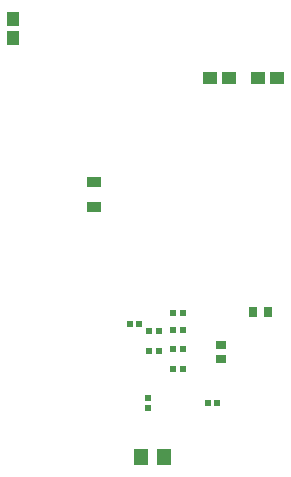
<source format=gbr>
%TF.GenerationSoftware,Altium Limited,Altium Designer,24.10.1 (45)*%
G04 Layer_Color=128*
%FSLAX45Y45*%
%MOMM*%
%TF.SameCoordinates,4DA1E9EC-797C-4A4C-9375-46A5AD340D12*%
%TF.FilePolarity,Positive*%
%TF.FileFunction,Paste,Bot*%
%TF.Part,Single*%
G01*
G75*
%TA.AperFunction,SMDPad,CuDef*%
%ADD38R,1.20000X1.45000*%
%ADD39R,0.80000X0.90000*%
%ADD40R,0.90000X0.80000*%
%ADD41R,1.01213X1.20840*%
%ADD42R,1.20840X1.01213*%
%ADD43R,1.20620X0.95620*%
%ADD44R,0.52000X0.52000*%
%ADD45R,0.52000X0.52000*%
D38*
X2198700Y698500D02*
D03*
X2398700D02*
D03*
D39*
X3150600Y1930400D02*
D03*
X3275600D02*
D03*
D40*
X2882900Y1526000D02*
D03*
Y1651000D02*
D03*
D41*
X1117600Y4410887D02*
D03*
Y4250513D02*
D03*
D42*
X3356787Y3911600D02*
D03*
X3196413D02*
D03*
X2950387D02*
D03*
X2790013D02*
D03*
D43*
X1803399Y3023500D02*
D03*
Y2818500D02*
D03*
D44*
X2106300Y1828800D02*
D03*
X2186300D02*
D03*
X2271400Y1600200D02*
D03*
X2351400D02*
D03*
X2271400Y1765300D02*
D03*
X2351400D02*
D03*
X2846700Y1155700D02*
D03*
X2766700D02*
D03*
X2474600Y1447800D02*
D03*
X2554600D02*
D03*
X2474600Y1612900D02*
D03*
X2554600D02*
D03*
X2474600Y1778000D02*
D03*
X2554600D02*
D03*
X2474600Y1917700D02*
D03*
X2554600D02*
D03*
D45*
X2260600Y1195700D02*
D03*
Y1115700D02*
D03*
%TF.MD5,6536a4f48bedddf787be0463b5c65a5d*%
M02*

</source>
